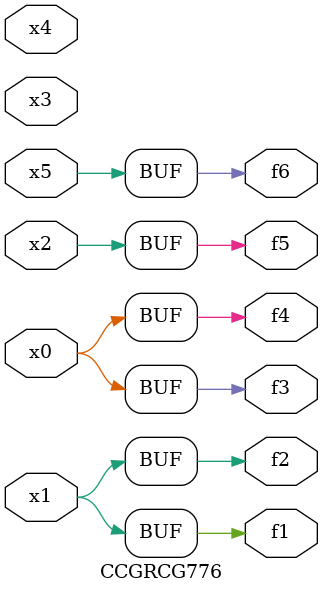
<source format=v>
module CCGRCG776(
	input x0, x1, x2, x3, x4, x5,
	output f1, f2, f3, f4, f5, f6
);
	assign f1 = x1;
	assign f2 = x1;
	assign f3 = x0;
	assign f4 = x0;
	assign f5 = x2;
	assign f6 = x5;
endmodule

</source>
